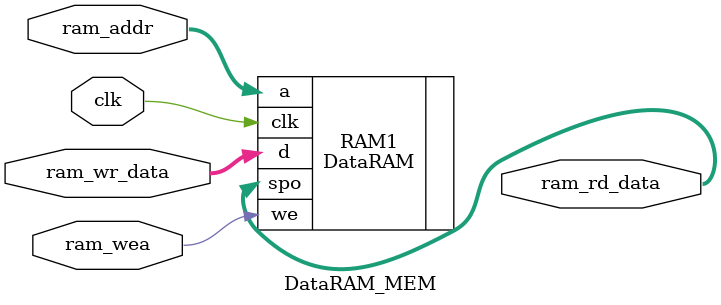
<source format=v>
`timescale 1ns / 1ps


module DataRAM_MEM(
    //Input
    clk,
    ram_wea,    //write enable
    ram_addr,   //ram read/write addr
    ram_wr_data, //ram write data
    //Output
    ram_rd_data  //ram read data
    );
    input clk,ram_wea;
    input [5:0] ram_addr;
    input [31:0] ram_wr_data;
    output  [31:0] ram_rd_data;
    DataRAM RAM1 (
      .a(ram_addr),      // input wire [5 : 0] a
      .d(ram_wr_data),      // input wire [31 : 0] d
      .clk(clk),  // input wire clk
      .we(ram_wea),    // input wire we
      .spo(ram_rd_data)  // output wire [31 : 0] spo
    );
endmodule

</source>
